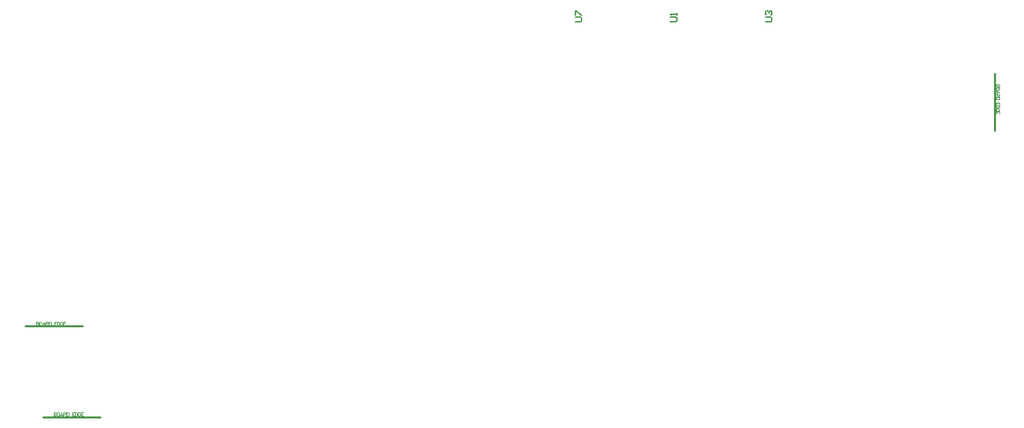
<source format=gm1>
G04*
G04 #@! TF.GenerationSoftware,Altium Limited,Altium Designer,19.1.8 (144)*
G04*
G04 Layer_Color=16711935*
%FSLAX25Y25*%
%MOIN*%
G70*
G01*
G75*
%ADD11C,0.01000*%
%ADD121C,0.00309*%
%ADD122C,0.00591*%
D11*
X19563Y-245015D02*
X47437D01*
X493555Y-149233D02*
Y-121359D01*
X28189Y-289409D02*
X56063D01*
D121*
X24909Y-242918D02*
Y-244558D01*
Y-242918D02*
X25612D01*
X25846Y-242996D01*
X25924Y-243074D01*
X26002Y-243230D01*
Y-243386D01*
X25924Y-243542D01*
X25846Y-243620D01*
X25612Y-243699D01*
X24909D02*
X25612D01*
X25846Y-243777D01*
X25924Y-243855D01*
X26002Y-244011D01*
Y-244245D01*
X25924Y-244402D01*
X25846Y-244480D01*
X25612Y-244558D01*
X24909D01*
X26838Y-242918D02*
X26682Y-242996D01*
X26526Y-243152D01*
X26448Y-243308D01*
X26370Y-243542D01*
Y-243933D01*
X26448Y-244167D01*
X26526Y-244323D01*
X26682Y-244480D01*
X26838Y-244558D01*
X27150D01*
X27307Y-244480D01*
X27463Y-244323D01*
X27541Y-244167D01*
X27619Y-243933D01*
Y-243542D01*
X27541Y-243308D01*
X27463Y-243152D01*
X27307Y-242996D01*
X27150Y-242918D01*
X26838D01*
X29251Y-244558D02*
X28627Y-242918D01*
X28002Y-244558D01*
X28236Y-244011D02*
X29017D01*
X29634Y-242918D02*
Y-244558D01*
Y-242918D02*
X30337D01*
X30571Y-242996D01*
X30650Y-243074D01*
X30728Y-243230D01*
Y-243386D01*
X30650Y-243542D01*
X30571Y-243620D01*
X30337Y-243699D01*
X29634D01*
X30181D02*
X30728Y-244558D01*
X31095Y-242918D02*
Y-244558D01*
Y-242918D02*
X31641D01*
X31876Y-242996D01*
X32032Y-243152D01*
X32110Y-243308D01*
X32188Y-243542D01*
Y-243933D01*
X32110Y-244167D01*
X32032Y-244323D01*
X31876Y-244480D01*
X31641Y-244558D01*
X31095D01*
X34859Y-242918D02*
X33844D01*
Y-244558D01*
X34859D01*
X33844Y-243699D02*
X34469D01*
X35133Y-242918D02*
Y-244558D01*
Y-242918D02*
X35679D01*
X35914Y-242996D01*
X36070Y-243152D01*
X36148Y-243308D01*
X36226Y-243542D01*
Y-243933D01*
X36148Y-244167D01*
X36070Y-244323D01*
X35914Y-244480D01*
X35679Y-244558D01*
X35133D01*
X37765Y-243308D02*
X37686Y-243152D01*
X37530Y-242996D01*
X37374Y-242918D01*
X37062D01*
X36906Y-242996D01*
X36749Y-243152D01*
X36671Y-243308D01*
X36593Y-243542D01*
Y-243933D01*
X36671Y-244167D01*
X36749Y-244323D01*
X36906Y-244480D01*
X37062Y-244558D01*
X37374D01*
X37530Y-244480D01*
X37686Y-244323D01*
X37765Y-244167D01*
Y-243933D01*
X37374D02*
X37765D01*
X39155Y-242918D02*
X38140D01*
Y-244558D01*
X39155D01*
X38140Y-243699D02*
X38764D01*
X495653Y-126705D02*
X494013D01*
X495653D02*
Y-127408D01*
X495575Y-127642D01*
X495497Y-127720D01*
X495341Y-127798D01*
X495185D01*
X495028Y-127720D01*
X494950Y-127642D01*
X494872Y-127408D01*
Y-126705D02*
Y-127408D01*
X494794Y-127642D01*
X494716Y-127720D01*
X494560Y-127798D01*
X494325D01*
X494169Y-127720D01*
X494091Y-127642D01*
X494013Y-127408D01*
Y-126705D01*
X495653Y-128634D02*
X495575Y-128478D01*
X495419Y-128322D01*
X495263Y-128244D01*
X495028Y-128165D01*
X494638D01*
X494404Y-128244D01*
X494247Y-128322D01*
X494091Y-128478D01*
X494013Y-128634D01*
Y-128946D01*
X494091Y-129103D01*
X494247Y-129259D01*
X494404Y-129337D01*
X494638Y-129415D01*
X495028D01*
X495263Y-129337D01*
X495419Y-129259D01*
X495575Y-129103D01*
X495653Y-128946D01*
Y-128634D01*
X494013Y-131047D02*
X495653Y-130423D01*
X494013Y-129798D01*
X494560Y-130032D02*
Y-130813D01*
X495653Y-131430D02*
X494013D01*
X495653D02*
Y-132133D01*
X495575Y-132367D01*
X495497Y-132446D01*
X495341Y-132524D01*
X495185D01*
X495028Y-132446D01*
X494950Y-132367D01*
X494872Y-132133D01*
Y-131430D01*
Y-131977D02*
X494013Y-132524D01*
X495653Y-132891D02*
X494013D01*
X495653D02*
Y-133437D01*
X495575Y-133672D01*
X495419Y-133828D01*
X495263Y-133906D01*
X495028Y-133984D01*
X494638D01*
X494404Y-133906D01*
X494247Y-133828D01*
X494091Y-133672D01*
X494013Y-133437D01*
Y-132891D01*
X495653Y-136655D02*
Y-135640D01*
X494013D01*
Y-136655D01*
X494872Y-135640D02*
Y-136265D01*
X495653Y-136929D02*
X494013D01*
X495653D02*
Y-137475D01*
X495575Y-137710D01*
X495419Y-137866D01*
X495263Y-137944D01*
X495028Y-138022D01*
X494638D01*
X494404Y-137944D01*
X494247Y-137866D01*
X494091Y-137710D01*
X494013Y-137475D01*
Y-136929D01*
X495263Y-139561D02*
X495419Y-139482D01*
X495575Y-139326D01*
X495653Y-139170D01*
Y-138858D01*
X495575Y-138701D01*
X495419Y-138545D01*
X495263Y-138467D01*
X495028Y-138389D01*
X494638D01*
X494404Y-138467D01*
X494247Y-138545D01*
X494091Y-138701D01*
X494013Y-138858D01*
Y-139170D01*
X494091Y-139326D01*
X494247Y-139482D01*
X494404Y-139561D01*
X494638D01*
Y-139170D02*
Y-139561D01*
X495653Y-140951D02*
Y-139936D01*
X494013D01*
Y-140951D01*
X494872Y-139936D02*
Y-140560D01*
X33535Y-287311D02*
Y-288951D01*
Y-287311D02*
X34238D01*
X34472Y-287389D01*
X34550Y-287468D01*
X34628Y-287624D01*
Y-287780D01*
X34550Y-287936D01*
X34472Y-288014D01*
X34238Y-288092D01*
X33535D02*
X34238D01*
X34472Y-288170D01*
X34550Y-288248D01*
X34628Y-288405D01*
Y-288639D01*
X34550Y-288795D01*
X34472Y-288873D01*
X34238Y-288951D01*
X33535D01*
X35464Y-287311D02*
X35308Y-287389D01*
X35152Y-287546D01*
X35074Y-287702D01*
X34995Y-287936D01*
Y-288327D01*
X35074Y-288561D01*
X35152Y-288717D01*
X35308Y-288873D01*
X35464Y-288951D01*
X35776D01*
X35933Y-288873D01*
X36089Y-288717D01*
X36167Y-288561D01*
X36245Y-288327D01*
Y-287936D01*
X36167Y-287702D01*
X36089Y-287546D01*
X35933Y-287389D01*
X35776Y-287311D01*
X35464D01*
X37877Y-288951D02*
X37253Y-287311D01*
X36628Y-288951D01*
X36862Y-288405D02*
X37643D01*
X38260Y-287311D02*
Y-288951D01*
Y-287311D02*
X38963D01*
X39197Y-287389D01*
X39276Y-287468D01*
X39354Y-287624D01*
Y-287780D01*
X39276Y-287936D01*
X39197Y-288014D01*
X38963Y-288092D01*
X38260D01*
X38807D02*
X39354Y-288951D01*
X39721Y-287311D02*
Y-288951D01*
Y-287311D02*
X40267D01*
X40502Y-287389D01*
X40658Y-287546D01*
X40736Y-287702D01*
X40814Y-287936D01*
Y-288327D01*
X40736Y-288561D01*
X40658Y-288717D01*
X40502Y-288873D01*
X40267Y-288951D01*
X39721D01*
X43485Y-287311D02*
X42470D01*
Y-288951D01*
X43485D01*
X42470Y-288092D02*
X43095D01*
X43758Y-287311D02*
Y-288951D01*
Y-287311D02*
X44305D01*
X44539Y-287389D01*
X44696Y-287546D01*
X44774Y-287702D01*
X44852Y-287936D01*
Y-288327D01*
X44774Y-288561D01*
X44696Y-288717D01*
X44539Y-288873D01*
X44305Y-288951D01*
X43758D01*
X46391Y-287702D02*
X46312Y-287546D01*
X46156Y-287389D01*
X46000Y-287311D01*
X45688D01*
X45531Y-287389D01*
X45375Y-287546D01*
X45297Y-287702D01*
X45219Y-287936D01*
Y-288327D01*
X45297Y-288561D01*
X45375Y-288717D01*
X45531Y-288873D01*
X45688Y-288951D01*
X46000D01*
X46156Y-288873D01*
X46312Y-288717D01*
X46391Y-288561D01*
Y-288327D01*
X46000D02*
X46391D01*
X47781Y-287311D02*
X46766D01*
Y-288951D01*
X47781D01*
X46766Y-288092D02*
X47390D01*
D122*
X381422Y-95764D02*
X384046D01*
X384571Y-95239D01*
Y-94190D01*
X384046Y-93665D01*
X381422D01*
X381947Y-92615D02*
X381422Y-92090D01*
Y-91041D01*
X381947Y-90516D01*
X382472D01*
X382997Y-91041D01*
Y-91566D01*
Y-91041D01*
X383521Y-90516D01*
X384046D01*
X384571Y-91041D01*
Y-92090D01*
X384046Y-92615D01*
X288396Y-95764D02*
X291019D01*
X291544Y-95239D01*
Y-94190D01*
X291019Y-93665D01*
X288396D01*
Y-92615D02*
Y-90516D01*
X288920D01*
X291019Y-92615D01*
X291544D01*
X334871Y-95764D02*
X337494D01*
X338019Y-95239D01*
Y-94190D01*
X337494Y-93665D01*
X334871D01*
X338019Y-92615D02*
Y-91566D01*
Y-92090D01*
X334871D01*
X335396Y-92615D01*
M02*

</source>
